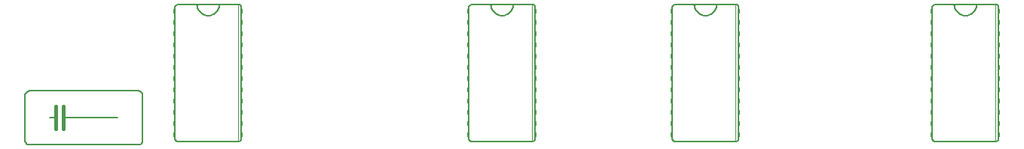
<source format=gbo>
G75*
G70*
%OFA0B0*%
%FSLAX24Y24*%
%IPPOS*%
%LPD*%
%AMOC8*
5,1,8,0,0,1.08239X$1,22.5*
%
%ADD10C,0.0060*%
%ADD11C,0.0020*%
%ADD12R,0.0050X0.0200*%
%ADD13C,0.0160*%
D10*
X009136Y001135D02*
X009136Y003135D01*
X009138Y003161D01*
X009143Y003187D01*
X009151Y003212D01*
X009163Y003235D01*
X009177Y003257D01*
X009195Y003276D01*
X009214Y003294D01*
X009236Y003308D01*
X009259Y003320D01*
X009284Y003328D01*
X009310Y003333D01*
X009336Y003335D01*
X014136Y003335D01*
X014162Y003333D01*
X014188Y003328D01*
X014213Y003320D01*
X014236Y003308D01*
X014258Y003294D01*
X014277Y003276D01*
X014295Y003257D01*
X014309Y003235D01*
X014321Y003212D01*
X014329Y003187D01*
X014334Y003161D01*
X014336Y003135D01*
X014336Y001135D01*
X014334Y001109D01*
X014329Y001083D01*
X014321Y001058D01*
X014309Y001035D01*
X014295Y001013D01*
X014277Y000994D01*
X014258Y000976D01*
X014236Y000962D01*
X014213Y000950D01*
X014188Y000942D01*
X014162Y000937D01*
X014136Y000935D01*
X009336Y000935D01*
X009310Y000937D01*
X009284Y000942D01*
X009259Y000950D01*
X009236Y000962D01*
X009214Y000976D01*
X009195Y000994D01*
X009177Y001013D01*
X009163Y001035D01*
X009151Y001058D01*
X009143Y001083D01*
X009138Y001109D01*
X009136Y001135D01*
X010236Y002135D02*
X010486Y002135D01*
X010836Y002135D02*
X013236Y002135D01*
X015766Y001235D02*
X015766Y007035D01*
X015768Y007058D01*
X015773Y007081D01*
X015782Y007103D01*
X015795Y007123D01*
X015810Y007141D01*
X015828Y007156D01*
X015848Y007169D01*
X015870Y007178D01*
X015893Y007183D01*
X015916Y007185D01*
X018556Y007185D01*
X018579Y007183D01*
X018602Y007178D01*
X018624Y007169D01*
X018644Y007156D01*
X018662Y007141D01*
X018677Y007123D01*
X018690Y007103D01*
X018699Y007081D01*
X018704Y007058D01*
X018706Y007035D01*
X018706Y001235D01*
X018704Y001212D01*
X018699Y001189D01*
X018690Y001167D01*
X018677Y001147D01*
X018662Y001129D01*
X018644Y001114D01*
X018624Y001101D01*
X018602Y001092D01*
X018579Y001087D01*
X018556Y001085D01*
X015916Y001085D01*
X015893Y001087D01*
X015870Y001092D01*
X015848Y001101D01*
X015828Y001114D01*
X015810Y001129D01*
X015795Y001147D01*
X015782Y001167D01*
X015773Y001189D01*
X015768Y001212D01*
X015766Y001235D01*
X028766Y001235D02*
X028766Y007035D01*
X028768Y007058D01*
X028773Y007081D01*
X028782Y007103D01*
X028795Y007123D01*
X028810Y007141D01*
X028828Y007156D01*
X028848Y007169D01*
X028870Y007178D01*
X028893Y007183D01*
X028916Y007185D01*
X031556Y007185D01*
X031579Y007183D01*
X031602Y007178D01*
X031624Y007169D01*
X031644Y007156D01*
X031662Y007141D01*
X031677Y007123D01*
X031690Y007103D01*
X031699Y007081D01*
X031704Y007058D01*
X031706Y007035D01*
X031706Y001235D01*
X031704Y001212D01*
X031699Y001189D01*
X031690Y001167D01*
X031677Y001147D01*
X031662Y001129D01*
X031644Y001114D01*
X031624Y001101D01*
X031602Y001092D01*
X031579Y001087D01*
X031556Y001085D01*
X028916Y001085D01*
X028893Y001087D01*
X028870Y001092D01*
X028848Y001101D01*
X028828Y001114D01*
X028810Y001129D01*
X028795Y001147D01*
X028782Y001167D01*
X028773Y001189D01*
X028768Y001212D01*
X028766Y001235D01*
X037766Y001235D02*
X037766Y007035D01*
X037768Y007058D01*
X037773Y007081D01*
X037782Y007103D01*
X037795Y007123D01*
X037810Y007141D01*
X037828Y007156D01*
X037848Y007169D01*
X037870Y007178D01*
X037893Y007183D01*
X037916Y007185D01*
X040556Y007185D01*
X040579Y007183D01*
X040602Y007178D01*
X040624Y007169D01*
X040644Y007156D01*
X040662Y007141D01*
X040677Y007123D01*
X040690Y007103D01*
X040699Y007081D01*
X040704Y007058D01*
X040706Y007035D01*
X040706Y001235D01*
X040704Y001212D01*
X040699Y001189D01*
X040690Y001167D01*
X040677Y001147D01*
X040662Y001129D01*
X040644Y001114D01*
X040624Y001101D01*
X040602Y001092D01*
X040579Y001087D01*
X040556Y001085D01*
X037916Y001085D01*
X037893Y001087D01*
X037870Y001092D01*
X037848Y001101D01*
X037828Y001114D01*
X037810Y001129D01*
X037795Y001147D01*
X037782Y001167D01*
X037773Y001189D01*
X037768Y001212D01*
X037766Y001235D01*
X049266Y001235D02*
X049266Y007035D01*
X049268Y007058D01*
X049273Y007081D01*
X049282Y007103D01*
X049295Y007123D01*
X049310Y007141D01*
X049328Y007156D01*
X049348Y007169D01*
X049370Y007178D01*
X049393Y007183D01*
X049416Y007185D01*
X052056Y007185D01*
X052079Y007183D01*
X052102Y007178D01*
X052124Y007169D01*
X052144Y007156D01*
X052162Y007141D01*
X052177Y007123D01*
X052190Y007103D01*
X052199Y007081D01*
X052204Y007058D01*
X052206Y007035D01*
X052206Y001235D01*
X052204Y001212D01*
X052199Y001189D01*
X052190Y001167D01*
X052177Y001147D01*
X052162Y001129D01*
X052144Y001114D01*
X052124Y001101D01*
X052102Y001092D01*
X052079Y001087D01*
X052056Y001085D01*
X049416Y001085D01*
X049393Y001087D01*
X049370Y001092D01*
X049348Y001101D01*
X049328Y001114D01*
X049310Y001129D01*
X049295Y001147D01*
X049282Y001167D01*
X049273Y001189D01*
X049268Y001212D01*
X049266Y001235D01*
X050236Y007185D02*
X050238Y007141D01*
X050244Y007098D01*
X050253Y007056D01*
X050266Y007014D01*
X050283Y006974D01*
X050303Y006935D01*
X050326Y006898D01*
X050353Y006864D01*
X050382Y006831D01*
X050415Y006802D01*
X050449Y006775D01*
X050486Y006752D01*
X050525Y006732D01*
X050565Y006715D01*
X050607Y006702D01*
X050649Y006693D01*
X050692Y006687D01*
X050736Y006685D01*
X050780Y006687D01*
X050823Y006693D01*
X050865Y006702D01*
X050907Y006715D01*
X050947Y006732D01*
X050986Y006752D01*
X051023Y006775D01*
X051057Y006802D01*
X051090Y006831D01*
X051119Y006864D01*
X051146Y006898D01*
X051169Y006935D01*
X051189Y006974D01*
X051206Y007014D01*
X051219Y007056D01*
X051228Y007098D01*
X051234Y007141D01*
X051236Y007185D01*
X039736Y007185D02*
X039734Y007141D01*
X039728Y007098D01*
X039719Y007056D01*
X039706Y007014D01*
X039689Y006974D01*
X039669Y006935D01*
X039646Y006898D01*
X039619Y006864D01*
X039590Y006831D01*
X039557Y006802D01*
X039523Y006775D01*
X039486Y006752D01*
X039447Y006732D01*
X039407Y006715D01*
X039365Y006702D01*
X039323Y006693D01*
X039280Y006687D01*
X039236Y006685D01*
X039192Y006687D01*
X039149Y006693D01*
X039107Y006702D01*
X039065Y006715D01*
X039025Y006732D01*
X038986Y006752D01*
X038949Y006775D01*
X038915Y006802D01*
X038882Y006831D01*
X038853Y006864D01*
X038826Y006898D01*
X038803Y006935D01*
X038783Y006974D01*
X038766Y007014D01*
X038753Y007056D01*
X038744Y007098D01*
X038738Y007141D01*
X038736Y007185D01*
X030736Y007185D02*
X030734Y007141D01*
X030728Y007098D01*
X030719Y007056D01*
X030706Y007014D01*
X030689Y006974D01*
X030669Y006935D01*
X030646Y006898D01*
X030619Y006864D01*
X030590Y006831D01*
X030557Y006802D01*
X030523Y006775D01*
X030486Y006752D01*
X030447Y006732D01*
X030407Y006715D01*
X030365Y006702D01*
X030323Y006693D01*
X030280Y006687D01*
X030236Y006685D01*
X030192Y006687D01*
X030149Y006693D01*
X030107Y006702D01*
X030065Y006715D01*
X030025Y006732D01*
X029986Y006752D01*
X029949Y006775D01*
X029915Y006802D01*
X029882Y006831D01*
X029853Y006864D01*
X029826Y006898D01*
X029803Y006935D01*
X029783Y006974D01*
X029766Y007014D01*
X029753Y007056D01*
X029744Y007098D01*
X029738Y007141D01*
X029736Y007185D01*
X017736Y007185D02*
X017734Y007141D01*
X017728Y007098D01*
X017719Y007056D01*
X017706Y007014D01*
X017689Y006974D01*
X017669Y006935D01*
X017646Y006898D01*
X017619Y006864D01*
X017590Y006831D01*
X017557Y006802D01*
X017523Y006775D01*
X017486Y006752D01*
X017447Y006732D01*
X017407Y006715D01*
X017365Y006702D01*
X017323Y006693D01*
X017280Y006687D01*
X017236Y006685D01*
X017192Y006687D01*
X017149Y006693D01*
X017107Y006702D01*
X017065Y006715D01*
X017025Y006732D01*
X016986Y006752D01*
X016949Y006775D01*
X016915Y006802D01*
X016882Y006831D01*
X016853Y006864D01*
X016826Y006898D01*
X016803Y006935D01*
X016783Y006974D01*
X016766Y007014D01*
X016753Y007056D01*
X016744Y007098D01*
X016738Y007141D01*
X016736Y007185D01*
D11*
X018566Y007185D02*
X018566Y001085D01*
X031566Y001085D02*
X031566Y007185D01*
X040566Y007185D02*
X040566Y001085D01*
X052066Y001085D02*
X052066Y007185D01*
D12*
X052231Y006885D03*
X052231Y006385D03*
X052231Y005885D03*
X052231Y005385D03*
X052231Y004885D03*
X052231Y004385D03*
X052231Y003885D03*
X052231Y003385D03*
X052231Y002885D03*
X052231Y002385D03*
X052231Y001885D03*
X052231Y001385D03*
X049241Y001385D03*
X049241Y001885D03*
X049241Y002385D03*
X049241Y002885D03*
X049241Y003385D03*
X049241Y003885D03*
X049241Y004385D03*
X049241Y004885D03*
X049241Y005385D03*
X049241Y005885D03*
X049241Y006385D03*
X049241Y006885D03*
X040731Y006885D03*
X040731Y006385D03*
X040731Y005885D03*
X040731Y005385D03*
X040731Y004885D03*
X040731Y004385D03*
X040731Y003885D03*
X040731Y003385D03*
X040731Y002885D03*
X040731Y002385D03*
X040731Y001885D03*
X040731Y001385D03*
X037741Y001385D03*
X037741Y001885D03*
X037741Y002385D03*
X037741Y002885D03*
X037741Y003385D03*
X037741Y003885D03*
X037741Y004385D03*
X037741Y004885D03*
X037741Y005385D03*
X037741Y005885D03*
X037741Y006385D03*
X037741Y006885D03*
X031731Y006885D03*
X028741Y006885D03*
X028741Y006385D03*
X028741Y005885D03*
X028741Y005385D03*
X031731Y005385D03*
X031731Y005885D03*
X031731Y006385D03*
X031731Y004885D03*
X031731Y004385D03*
X028741Y004385D03*
X028741Y004885D03*
X028741Y003885D03*
X028741Y003385D03*
X031731Y003385D03*
X031731Y003885D03*
X031731Y002885D03*
X031731Y002385D03*
X028741Y002385D03*
X028741Y002885D03*
X028741Y001885D03*
X028741Y001385D03*
X031731Y001385D03*
X031731Y001885D03*
X018731Y001885D03*
X018731Y001385D03*
X015741Y001385D03*
X015741Y001885D03*
X015741Y002385D03*
X015741Y002885D03*
X018731Y002885D03*
X018731Y002385D03*
X018731Y003385D03*
X018731Y003885D03*
X015741Y003885D03*
X015741Y003385D03*
X015741Y004385D03*
X015741Y004885D03*
X018731Y004885D03*
X018731Y004385D03*
X018731Y005385D03*
X018731Y005885D03*
X018731Y006385D03*
X015741Y006385D03*
X015741Y005885D03*
X015741Y005385D03*
X015741Y006885D03*
X018731Y006885D03*
D13*
X010836Y002635D02*
X010836Y002135D01*
X010836Y001635D01*
X010486Y001635D02*
X010486Y002135D01*
X010486Y002635D01*
M02*

</source>
